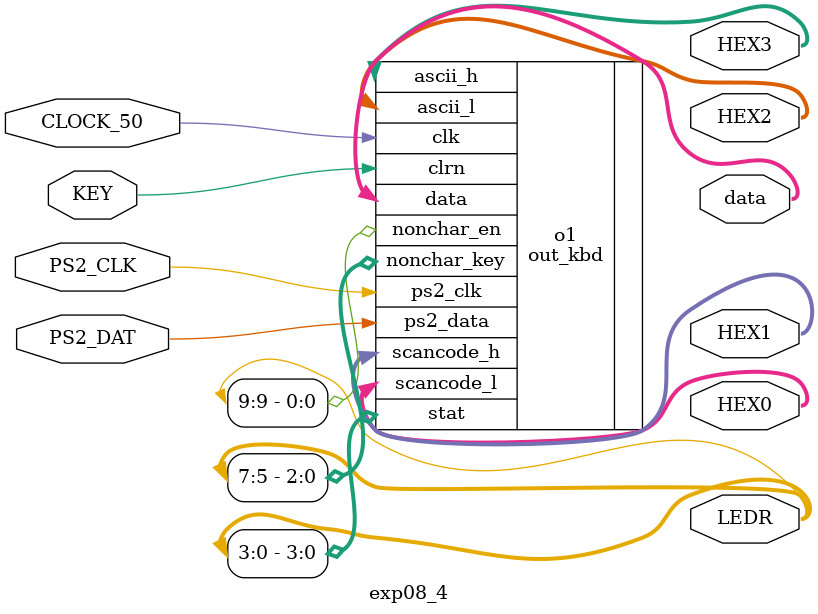
<source format=v>


module exp08_4(

	//////////// CLOCK //////////
	// input 		          		CLOCK2_50,
	// input 		          		CLOCK3_50,
	// input 		          		CLOCK4_50,
	input 		          		CLOCK_50,

	//////////// KEY //////////
	input 		     [0:0]		KEY,

	//////////// LED //////////
	output		     [9:0]		LEDR,

	//////////// Seg7 //////////
	output		     [6:0]		HEX0,
	output		     [6:0]		HEX1,
	output		     [6:0]		HEX2,
	output		     [6:0]		HEX3,
	//output		     [6:0]		HEX4,
	//output		     [6:0]		HEX5,

	//////////// PS2 //////////
	inout 		          		PS2_CLK,
	// inout 		          		PS2_CLK2,
	inout 		          		PS2_DAT,
	// inout 		          		PS2_DAT2
   
   // for debug
   // output [1:0] kbd_type,
   // output [7:0] eff_data, ascii_vec, keystrokes
   output [7:0] data
);



//=======================================================
//  REG/WIRE declarations
//=======================================================

   

//=======================================================
//  Structural coding
//=======================================================

   out_kbd o1(
      .clk(CLOCK_50), 
      .clrn(KEY), 
      .ps2_clk(PS2_CLK),
      .ps2_data(PS2_DAT),
      .stat(LEDR[3:0]),
      .nonchar_en(LEDR[9]),
      .nonchar_key(LEDR[7:5]),
      .ascii_h(HEX3), .ascii_l(HEX2),
      .scancode_h(HEX1), .scancode_l(HEX0),
      // .kbd_type(kbd_type), .eff_data(eff_data), .ascii_vec(ascii_vec), .keystrokes(keystrokes)
      .data(data)
   );


endmodule

</source>
